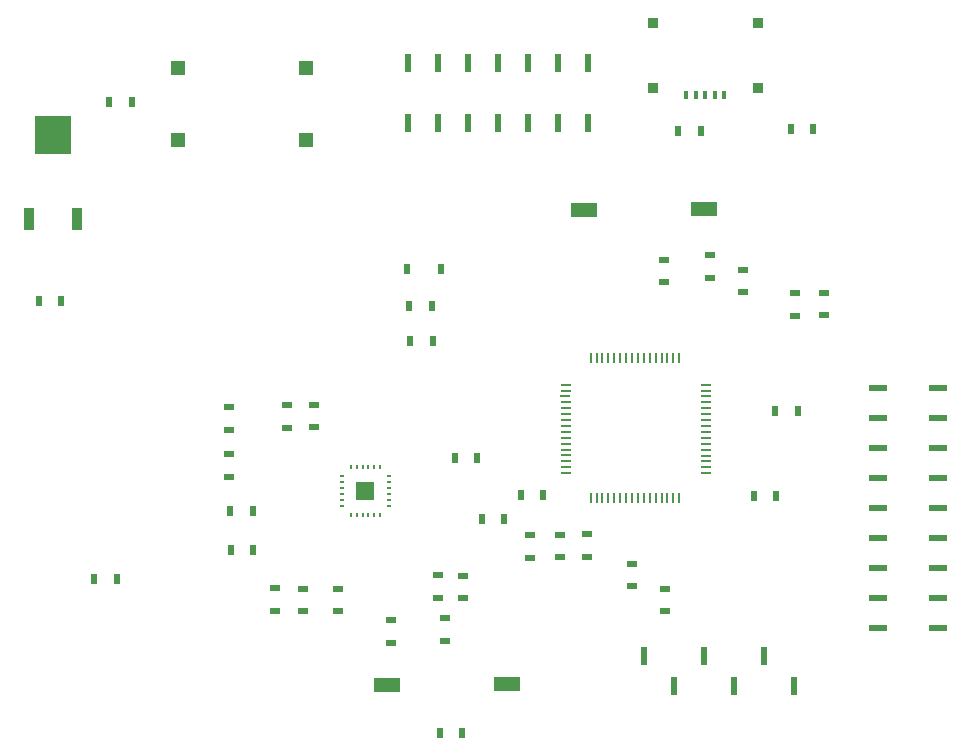
<source format=gtp>
G04 (created by PCBNEW (2013-08-24 BZR 4298)-stable) date Fri 11 Oct 2013 09:56:01 PM PDT*
%MOIN*%
G04 Gerber Fmt 3.4, Leading zero omitted, Abs format*
%FSLAX34Y34*%
G01*
G70*
G90*
G04 APERTURE LIST*
%ADD10C,0.005906*%
%ADD11R,0.023640X0.035460*%
%ADD12R,0.023640X0.036600*%
%ADD13R,0.037800X0.037800*%
%ADD14R,0.011820X0.028320*%
%ADD15R,0.005880X0.036000*%
%ADD16O,0.005880X0.036000*%
%ADD17O,0.036000X0.005880*%
%ADD18R,0.089760X0.049620*%
%ADD19R,0.047220X0.047220*%
%ADD20R,0.033000X0.021000*%
%ADD21R,0.021000X0.033000*%
%ADD22R,0.036000X0.072000*%
%ADD23R,0.120000X0.126000*%
%ADD24R,0.023400X0.060000*%
%ADD25R,0.060000X0.023400*%
%ADD26R,0.059040X0.059040*%
%ADD27O,0.005880X0.018900*%
%ADD28O,0.018900X0.005880*%
G04 APERTURE END LIST*
G54D10*
G54D11*
X29150Y-34612D03*
G54D12*
X27998Y-34608D03*
G54D13*
X36190Y-28592D03*
X36190Y-26427D03*
X39694Y-28592D03*
G54D14*
X37627Y-28829D03*
X38572Y-28829D03*
X38257Y-28829D03*
X37312Y-28829D03*
X37937Y-28829D03*
G54D13*
X39694Y-26427D03*
G54D15*
X34124Y-42261D03*
G54D16*
X34321Y-42261D03*
X34518Y-42261D03*
X34715Y-42261D03*
X34912Y-42261D03*
X35108Y-42261D03*
X35305Y-42261D03*
X35502Y-42261D03*
X35699Y-42261D03*
X35896Y-42261D03*
X36093Y-42261D03*
X36289Y-42261D03*
X36486Y-42261D03*
X36683Y-42261D03*
X36880Y-42261D03*
X37077Y-42261D03*
G54D17*
X37975Y-41426D03*
X37975Y-41229D03*
X37975Y-41032D03*
X37975Y-40835D03*
X37975Y-40638D03*
X37975Y-40442D03*
X37975Y-40245D03*
X37975Y-40048D03*
X37975Y-39851D03*
X37975Y-39654D03*
X37975Y-39457D03*
X37975Y-39261D03*
X37975Y-39064D03*
X37975Y-38867D03*
X37975Y-38670D03*
X37975Y-38473D03*
G54D16*
X37077Y-37575D03*
X36880Y-37575D03*
X36683Y-37575D03*
X36486Y-37575D03*
X36289Y-37575D03*
X36093Y-37575D03*
X35896Y-37575D03*
X35699Y-37575D03*
X35502Y-37575D03*
X35305Y-37575D03*
X35108Y-37575D03*
X34912Y-37575D03*
X34715Y-37575D03*
X34518Y-37575D03*
X34321Y-37575D03*
X34124Y-37575D03*
G54D17*
X33289Y-38473D03*
X33289Y-38670D03*
X33289Y-39064D03*
X33282Y-38867D03*
X33289Y-39261D03*
X33289Y-39457D03*
X33289Y-39654D03*
X33289Y-39851D03*
X33289Y-40048D03*
X33289Y-40245D03*
X33289Y-40439D03*
X33289Y-40636D03*
X33289Y-40833D03*
X33289Y-41030D03*
X33289Y-41226D03*
X33289Y-41423D03*
G54D18*
X31330Y-48462D03*
X27330Y-48500D03*
X33893Y-32667D03*
X37893Y-32629D03*
G54D19*
X24629Y-27929D03*
X24629Y-30330D03*
X20371Y-27929D03*
X20377Y-30330D03*
G54D20*
X25688Y-45274D03*
X25688Y-46024D03*
G54D21*
X17577Y-44940D03*
X18327Y-44940D03*
G54D20*
X35500Y-45193D03*
X35500Y-44443D03*
G54D21*
X22855Y-42696D03*
X22105Y-42696D03*
G54D20*
X22066Y-40786D03*
X22066Y-41536D03*
G54D21*
X22884Y-43986D03*
X22134Y-43986D03*
G54D20*
X22066Y-39971D03*
X22066Y-39221D03*
G54D21*
X29593Y-40905D03*
X30343Y-40905D03*
X31786Y-42141D03*
X32536Y-42141D03*
X30495Y-42940D03*
X31245Y-42940D03*
X29843Y-50086D03*
X29093Y-50086D03*
G54D20*
X23618Y-45254D03*
X23618Y-46004D03*
X33988Y-44213D03*
X33988Y-43463D03*
X33098Y-44233D03*
X33098Y-43483D03*
X32118Y-44237D03*
X32118Y-43487D03*
X24539Y-45274D03*
X24539Y-46024D03*
X39200Y-35394D03*
X39200Y-34644D03*
X38106Y-34156D03*
X38106Y-34906D03*
X36570Y-34306D03*
X36570Y-35056D03*
X40921Y-36178D03*
X40921Y-35428D03*
X41901Y-36154D03*
X41901Y-35404D03*
G54D21*
X37046Y-30009D03*
X37796Y-30009D03*
X41536Y-29956D03*
X40786Y-29956D03*
X28831Y-35850D03*
X28081Y-35850D03*
X40274Y-39350D03*
X41024Y-39350D03*
X28859Y-37003D03*
X28109Y-37003D03*
X39554Y-42169D03*
X40304Y-42169D03*
X18081Y-29062D03*
X18831Y-29062D03*
G54D20*
X36590Y-45278D03*
X36590Y-46028D03*
X24000Y-39914D03*
X24000Y-39164D03*
X24913Y-39886D03*
X24913Y-39136D03*
X27468Y-46325D03*
X27468Y-47075D03*
X29259Y-46254D03*
X29259Y-47004D03*
X29031Y-44825D03*
X29031Y-45575D03*
X29858Y-44845D03*
X29858Y-45595D03*
G54D21*
X15727Y-35679D03*
X16477Y-35679D03*
G54D22*
X15385Y-32950D03*
X16985Y-32950D03*
G54D23*
X16185Y-30150D03*
G54D24*
X40901Y-48531D03*
X39901Y-47531D03*
X38901Y-48531D03*
X37901Y-47531D03*
X36901Y-48531D03*
X35901Y-47531D03*
X33043Y-27755D03*
X34043Y-27755D03*
X34043Y-29755D03*
X33043Y-29755D03*
X32043Y-29755D03*
X28039Y-29755D03*
X29043Y-29755D03*
X30043Y-29755D03*
X31043Y-29755D03*
X32043Y-27755D03*
X31043Y-27755D03*
X30043Y-27755D03*
X29043Y-27755D03*
X28043Y-27755D03*
G54D25*
X43696Y-40594D03*
X45696Y-39594D03*
X45696Y-38594D03*
X43696Y-38594D03*
X43696Y-39594D03*
X43696Y-41594D03*
X45696Y-40594D03*
X45696Y-41594D03*
X45696Y-42594D03*
X45696Y-46594D03*
X45696Y-45594D03*
X45696Y-44594D03*
X45696Y-43594D03*
X43696Y-42594D03*
X43696Y-43594D03*
X43696Y-44594D03*
X43696Y-45594D03*
X43696Y-46594D03*
G54D26*
X26618Y-42019D03*
G54D27*
X26126Y-42806D03*
X26323Y-42806D03*
X26520Y-42806D03*
X26716Y-42806D03*
X26913Y-42806D03*
X27110Y-42806D03*
G54D28*
X27405Y-42511D03*
X27405Y-42314D03*
X27405Y-42117D03*
X27405Y-41921D03*
X27405Y-41724D03*
X27405Y-41527D03*
G54D27*
X27110Y-41232D03*
X26913Y-41232D03*
X26716Y-41232D03*
X26520Y-41232D03*
X26323Y-41232D03*
X26126Y-41232D03*
G54D28*
X25831Y-41527D03*
X25831Y-41724D03*
X25831Y-41921D03*
X25831Y-42117D03*
X25831Y-42314D03*
X25831Y-42511D03*
M02*

</source>
